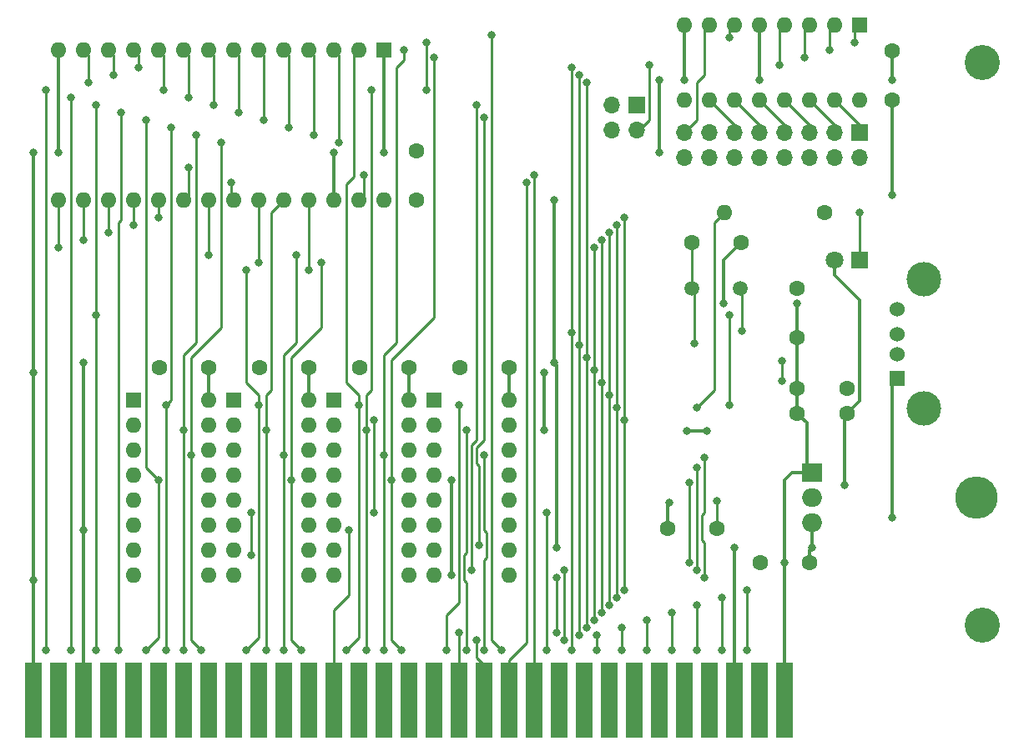
<source format=gbr>
G04 #@! TF.GenerationSoftware,KiCad,Pcbnew,(5.1.8)-1*
G04 #@! TF.CreationDate,2023-06-12T19:56:52-06:00*
G04 #@! TF.ProjectId,CH376S ISA,43483337-3653-4204-9953-412e6b696361,rev?*
G04 #@! TF.SameCoordinates,Original*
G04 #@! TF.FileFunction,Copper,L2,Bot*
G04 #@! TF.FilePolarity,Positive*
%FSLAX46Y46*%
G04 Gerber Fmt 4.6, Leading zero omitted, Abs format (unit mm)*
G04 Created by KiCad (PCBNEW (5.1.8)-1) date 2023-06-12 19:56:52*
%MOMM*%
%LPD*%
G01*
G04 APERTURE LIST*
G04 #@! TA.AperFunction,ConnectorPad*
%ADD10R,1.780000X7.620000*%
G04 #@! TD*
G04 #@! TA.AperFunction,ComponentPad*
%ADD11O,1.700000X1.700000*%
G04 #@! TD*
G04 #@! TA.AperFunction,ComponentPad*
%ADD12R,1.700000X1.700000*%
G04 #@! TD*
G04 #@! TA.AperFunction,ComponentPad*
%ADD13O,1.600000X1.600000*%
G04 #@! TD*
G04 #@! TA.AperFunction,ComponentPad*
%ADD14R,1.600000X1.600000*%
G04 #@! TD*
G04 #@! TA.AperFunction,ComponentPad*
%ADD15C,1.600000*%
G04 #@! TD*
G04 #@! TA.AperFunction,ComponentPad*
%ADD16C,3.556000*%
G04 #@! TD*
G04 #@! TA.AperFunction,ComponentPad*
%ADD17O,2.000000X1.905000*%
G04 #@! TD*
G04 #@! TA.AperFunction,ComponentPad*
%ADD18R,2.000000X1.905000*%
G04 #@! TD*
G04 #@! TA.AperFunction,ComponentPad*
%ADD19O,4.318000X4.318000*%
G04 #@! TD*
G04 #@! TA.AperFunction,ComponentPad*
%ADD20C,1.524000*%
G04 #@! TD*
G04 #@! TA.AperFunction,ComponentPad*
%ADD21R,1.524000X1.524000*%
G04 #@! TD*
G04 #@! TA.AperFunction,ComponentPad*
%ADD22C,3.500000*%
G04 #@! TD*
G04 #@! TA.AperFunction,ComponentPad*
%ADD23C,1.500000*%
G04 #@! TD*
G04 #@! TA.AperFunction,ComponentPad*
%ADD24C,1.800000*%
G04 #@! TD*
G04 #@! TA.AperFunction,ComponentPad*
%ADD25R,1.800000X1.800000*%
G04 #@! TD*
G04 #@! TA.AperFunction,ViaPad*
%ADD26C,0.800000*%
G04 #@! TD*
G04 #@! TA.AperFunction,Conductor*
%ADD27C,0.330200*%
G04 #@! TD*
G04 #@! TA.AperFunction,Conductor*
%ADD28C,0.250000*%
G04 #@! TD*
G04 APERTURE END LIST*
D10*
G04 #@! TO.P,J1,31*
G04 #@! TO.N,/GND*
X101600000Y-149860000D03*
G04 #@! TO.P,J1,30*
G04 #@! TO.N,Net-(J1-Pad30)*
X104140000Y-149860000D03*
G04 #@! TO.P,J1,29*
G04 #@! TO.N,/5+*
X106680000Y-149860000D03*
G04 #@! TO.P,J1,28*
G04 #@! TO.N,Net-(J1-Pad28)*
X109220000Y-149860000D03*
G04 #@! TO.P,J1,27*
G04 #@! TO.N,Net-(J1-Pad27)*
X111760000Y-149860000D03*
G04 #@! TO.P,J1,26*
G04 #@! TO.N,Net-(J1-Pad26)*
X114300000Y-149860000D03*
G04 #@! TO.P,J1,25*
G04 #@! TO.N,Net-(J1-Pad25)*
X116840000Y-149860000D03*
G04 #@! TO.P,J1,24*
G04 #@! TO.N,Net-(J1-Pad24)*
X119380000Y-149860000D03*
G04 #@! TO.P,J1,23*
G04 #@! TO.N,Net-(J1-Pad23)*
X121920000Y-149860000D03*
G04 #@! TO.P,J1,22*
G04 #@! TO.N,Net-(J1-Pad22)*
X124460000Y-149860000D03*
G04 #@! TO.P,J1,21*
G04 #@! TO.N,Net-(J1-Pad21)*
X127000000Y-149860000D03*
G04 #@! TO.P,J1,20*
G04 #@! TO.N,Net-(J1-Pad20)*
X129540000Y-149860000D03*
G04 #@! TO.P,J1,19*
G04 #@! TO.N,/REFQ*
X132080000Y-149860000D03*
G04 #@! TO.P,J1,18*
G04 #@! TO.N,Net-(J1-Pad18)*
X134620000Y-149860000D03*
G04 #@! TO.P,J1,17*
G04 #@! TO.N,Net-(J1-Pad17)*
X137160000Y-149860000D03*
G04 #@! TO.P,J1,16*
G04 #@! TO.N,Net-(J1-Pad16)*
X139700000Y-149860000D03*
G04 #@! TO.P,J1,15*
G04 #@! TO.N,Net-(J1-Pad15)*
X142240000Y-149860000D03*
G04 #@! TO.P,J1,14*
G04 #@! TO.N,/IORD*
X144780000Y-149860000D03*
G04 #@! TO.P,J1,13*
G04 #@! TO.N,/IOWR*
X147320000Y-149860000D03*
G04 #@! TO.P,J1,12*
G04 #@! TO.N,/MRD*
X149860000Y-149860000D03*
G04 #@! TO.P,J1,11*
G04 #@! TO.N,/MWR*
X152400000Y-149860000D03*
G04 #@! TO.P,J1,10*
G04 #@! TO.N,Net-(J1-Pad10)*
X154940000Y-149860000D03*
G04 #@! TO.P,J1,9*
G04 #@! TO.N,Net-(J1-Pad9)*
X157480000Y-149860000D03*
G04 #@! TO.P,J1,8*
G04 #@! TO.N,Net-(J1-Pad8)*
X160020000Y-149860000D03*
G04 #@! TO.P,J1,7*
G04 #@! TO.N,Net-(J1-Pad7)*
X162560000Y-149860000D03*
G04 #@! TO.P,J1,6*
G04 #@! TO.N,Net-(J1-Pad6)*
X165100000Y-149860000D03*
G04 #@! TO.P,J1,5*
G04 #@! TO.N,Net-(J1-Pad5)*
X167640000Y-149860000D03*
G04 #@! TO.P,J1,4*
G04 #@! TO.N,Net-(J1-Pad4)*
X170180000Y-149860000D03*
G04 #@! TO.P,J1,3*
G04 #@! TO.N,/5+*
X172720000Y-149860000D03*
G04 #@! TO.P,J1,2*
G04 #@! TO.N,Net-(J1-Pad2)*
X175260000Y-149860000D03*
G04 #@! TO.P,J1,1*
G04 #@! TO.N,/GND*
X177800000Y-149860000D03*
G04 #@! TD*
D11*
G04 #@! TO.P,J3,4*
G04 #@! TO.N,/ROM_CS_E_D*
X160274000Y-91948000D03*
G04 #@! TO.P,J3,3*
G04 #@! TO.N,/ROM_CS_0XEX*
X160274000Y-89408000D03*
G04 #@! TO.P,J3,2*
G04 #@! TO.N,/ROM_CS_E_D*
X162814000Y-91948000D03*
D12*
G04 #@! TO.P,J3,1*
G04 #@! TO.N,/ROM_CS_0XDX*
X162814000Y-89408000D03*
G04 #@! TD*
D13*
G04 #@! TO.P,U15,16*
G04 #@! TO.N,/5+*
X119380000Y-119380000D03*
G04 #@! TO.P,U15,8*
G04 #@! TO.N,/GND*
X111760000Y-137160000D03*
G04 #@! TO.P,U15,15*
G04 #@! TO.N,Net-(U15-Pad15)*
X119380000Y-121920000D03*
G04 #@! TO.P,U15,7*
G04 #@! TO.N,/CH376CS*
X111760000Y-134620000D03*
G04 #@! TO.P,U15,14*
G04 #@! TO.N,Net-(U15-Pad14)*
X119380000Y-124460000D03*
G04 #@! TO.P,U15,6*
G04 #@! TO.N,/5+*
X111760000Y-132080000D03*
G04 #@! TO.P,U15,13*
G04 #@! TO.N,Net-(U15-Pad13)*
X119380000Y-127000000D03*
G04 #@! TO.P,U15,5*
G04 #@! TO.N,/IO_07XX*
X111760000Y-129540000D03*
G04 #@! TO.P,U15,12*
G04 #@! TO.N,Net-(U15-Pad12)*
X119380000Y-129540000D03*
G04 #@! TO.P,U15,4*
G04 #@! TO.N,/A4*
X111760000Y-127000000D03*
G04 #@! TO.P,U15,11*
G04 #@! TO.N,Net-(U15-Pad11)*
X119380000Y-132080000D03*
G04 #@! TO.P,U15,3*
G04 #@! TO.N,/A7*
X111760000Y-124460000D03*
G04 #@! TO.P,U15,10*
G04 #@! TO.N,Net-(U15-Pad10)*
X119380000Y-134620000D03*
G04 #@! TO.P,U15,2*
G04 #@! TO.N,/A6*
X111760000Y-121920000D03*
G04 #@! TO.P,U15,9*
G04 #@! TO.N,Net-(U15-Pad9)*
X119380000Y-137160000D03*
D14*
G04 #@! TO.P,U15,1*
G04 #@! TO.N,/A5*
X111760000Y-119380000D03*
G04 #@! TD*
D13*
G04 #@! TO.P,U14,16*
G04 #@! TO.N,/5+*
X129540000Y-119380000D03*
G04 #@! TO.P,U14,8*
G04 #@! TO.N,/GND*
X121920000Y-137160000D03*
G04 #@! TO.P,U14,15*
G04 #@! TO.N,/IO_00XX*
X129540000Y-121920000D03*
G04 #@! TO.P,U14,7*
G04 #@! TO.N,/IO_07XX*
X121920000Y-134620000D03*
G04 #@! TO.P,U14,14*
G04 #@! TO.N,Net-(U14-Pad14)*
X129540000Y-124460000D03*
G04 #@! TO.P,U14,6*
G04 #@! TO.N,/5+*
X121920000Y-132080000D03*
G04 #@! TO.P,U14,13*
G04 #@! TO.N,/IO_02XX*
X129540000Y-127000000D03*
G04 #@! TO.P,U14,5*
G04 #@! TO.N,/IO_0XXX*
X121920000Y-129540000D03*
G04 #@! TO.P,U14,12*
G04 #@! TO.N,/IO_03XX*
X129540000Y-129540000D03*
G04 #@! TO.P,U14,4*
G04 #@! TO.N,/A11*
X121920000Y-127000000D03*
G04 #@! TO.P,U14,11*
G04 #@! TO.N,/IO_04XX*
X129540000Y-132080000D03*
G04 #@! TO.P,U14,3*
G04 #@! TO.N,/A10*
X121920000Y-124460000D03*
G04 #@! TO.P,U14,10*
G04 #@! TO.N,Net-(U14-Pad10)*
X129540000Y-134620000D03*
G04 #@! TO.P,U14,2*
G04 #@! TO.N,/A9*
X121920000Y-121920000D03*
G04 #@! TO.P,U14,9*
G04 #@! TO.N,Net-(U14-Pad9)*
X129540000Y-137160000D03*
D14*
G04 #@! TO.P,U14,1*
G04 #@! TO.N,/A8*
X121920000Y-119380000D03*
G04 #@! TD*
D13*
G04 #@! TO.P,U13,16*
G04 #@! TO.N,/5+*
X139700000Y-119380000D03*
G04 #@! TO.P,U13,8*
G04 #@! TO.N,/GND*
X132080000Y-137160000D03*
G04 #@! TO.P,U13,15*
G04 #@! TO.N,/IO_0XXX*
X139700000Y-121920000D03*
G04 #@! TO.P,U13,7*
G04 #@! TO.N,Net-(U13-Pad7)*
X132080000Y-134620000D03*
G04 #@! TO.P,U13,14*
G04 #@! TO.N,Net-(U13-Pad14)*
X139700000Y-124460000D03*
G04 #@! TO.P,U13,6*
G04 #@! TO.N,/REFQ*
X132080000Y-132080000D03*
G04 #@! TO.P,U13,13*
G04 #@! TO.N,Net-(U13-Pad13)*
X139700000Y-127000000D03*
G04 #@! TO.P,U13,5*
G04 #@! TO.N,/AEN*
X132080000Y-129540000D03*
G04 #@! TO.P,U13,12*
G04 #@! TO.N,Net-(U13-Pad12)*
X139700000Y-129540000D03*
G04 #@! TO.P,U13,4*
G04 #@! TO.N,/A15*
X132080000Y-127000000D03*
G04 #@! TO.P,U13,11*
G04 #@! TO.N,Net-(U13-Pad11)*
X139700000Y-132080000D03*
G04 #@! TO.P,U13,3*
G04 #@! TO.N,/A14*
X132080000Y-124460000D03*
G04 #@! TO.P,U13,10*
G04 #@! TO.N,Net-(U13-Pad10)*
X139700000Y-134620000D03*
G04 #@! TO.P,U13,2*
G04 #@! TO.N,/A13*
X132080000Y-121920000D03*
G04 #@! TO.P,U13,9*
G04 #@! TO.N,Net-(U13-Pad9)*
X139700000Y-137160000D03*
D14*
G04 #@! TO.P,U13,1*
G04 #@! TO.N,/A12*
X132080000Y-119380000D03*
G04 #@! TD*
D13*
G04 #@! TO.P,U5,16*
G04 #@! TO.N,/5+*
X185420000Y-88900000D03*
G04 #@! TO.P,U5,8*
G04 #@! TO.N,/GND*
X167640000Y-81280000D03*
G04 #@! TO.P,U5,15*
G04 #@! TO.N,/ROM_CS_0XE0*
X182880000Y-88900000D03*
G04 #@! TO.P,U5,7*
G04 #@! TO.N,/ROM_CS_0XEE*
X170180000Y-81280000D03*
G04 #@! TO.P,U5,14*
G04 #@! TO.N,/ROM_CS_0XE2*
X180340000Y-88900000D03*
G04 #@! TO.P,U5,6*
G04 #@! TO.N,/A19*
X172720000Y-81280000D03*
G04 #@! TO.P,U5,13*
G04 #@! TO.N,/ROM_CS_0XE4*
X177800000Y-88900000D03*
G04 #@! TO.P,U5,5*
G04 #@! TO.N,/GND*
X175260000Y-81280000D03*
G04 #@! TO.P,U5,12*
G04 #@! TO.N,/ROM_CS_0XE6*
X175260000Y-88900000D03*
G04 #@! TO.P,U5,4*
G04 #@! TO.N,/ROM_CS_E_D*
X177800000Y-81280000D03*
G04 #@! TO.P,U5,11*
G04 #@! TO.N,/ROM_CS_0XE8*
X172720000Y-88900000D03*
G04 #@! TO.P,U5,3*
G04 #@! TO.N,/A15*
X180340000Y-81280000D03*
G04 #@! TO.P,U5,10*
G04 #@! TO.N,/ROM_CS_0XEA*
X170180000Y-88900000D03*
G04 #@! TO.P,U5,2*
G04 #@! TO.N,/A14*
X182880000Y-81280000D03*
G04 #@! TO.P,U5,9*
G04 #@! TO.N,/ROM_CS_0XEC*
X167640000Y-88900000D03*
D14*
G04 #@! TO.P,U5,1*
G04 #@! TO.N,/A13*
X185420000Y-81280000D03*
G04 #@! TD*
D13*
G04 #@! TO.P,U4,16*
G04 #@! TO.N,/5+*
X149860000Y-119380000D03*
G04 #@! TO.P,U4,8*
G04 #@! TO.N,/GND*
X142240000Y-137160000D03*
G04 #@! TO.P,U4,15*
G04 #@! TO.N,Net-(U4-Pad15)*
X149860000Y-121920000D03*
G04 #@! TO.P,U4,7*
G04 #@! TO.N,Net-(U4-Pad7)*
X142240000Y-134620000D03*
G04 #@! TO.P,U4,14*
G04 #@! TO.N,Net-(U4-Pad14)*
X149860000Y-124460000D03*
G04 #@! TO.P,U4,6*
G04 #@! TO.N,/REFQ*
X142240000Y-132080000D03*
G04 #@! TO.P,U4,13*
G04 #@! TO.N,Net-(U4-Pad13)*
X149860000Y-127000000D03*
G04 #@! TO.P,U4,5*
G04 #@! TO.N,/AEN*
X142240000Y-129540000D03*
G04 #@! TO.P,U4,12*
G04 #@! TO.N,Net-(U4-Pad12)*
X149860000Y-129540000D03*
G04 #@! TO.P,U4,4*
G04 #@! TO.N,/GND*
X142240000Y-127000000D03*
G04 #@! TO.P,U4,11*
G04 #@! TO.N,Net-(U4-Pad11)*
X149860000Y-132080000D03*
G04 #@! TO.P,U4,3*
G04 #@! TO.N,/A18*
X142240000Y-124460000D03*
G04 #@! TO.P,U4,10*
G04 #@! TO.N,/ROM_CS_0XDX*
X149860000Y-134620000D03*
G04 #@! TO.P,U4,2*
G04 #@! TO.N,/A17*
X142240000Y-121920000D03*
G04 #@! TO.P,U4,9*
G04 #@! TO.N,/ROM_CS_0XEX*
X149860000Y-137160000D03*
D14*
G04 #@! TO.P,U4,1*
G04 #@! TO.N,/A16*
X142240000Y-119380000D03*
G04 #@! TD*
D13*
G04 #@! TO.P,U3,28*
G04 #@! TO.N,/5+*
X137160000Y-99060000D03*
G04 #@! TO.P,U3,14*
G04 #@! TO.N,/GND*
X104140000Y-83820000D03*
G04 #@! TO.P,U3,27*
G04 #@! TO.N,/MWR*
X134620000Y-99060000D03*
G04 #@! TO.P,U3,13*
G04 #@! TO.N,/D2*
X106680000Y-83820000D03*
G04 #@! TO.P,U3,26*
G04 #@! TO.N,/GND*
X132080000Y-99060000D03*
G04 #@! TO.P,U3,12*
G04 #@! TO.N,/D1*
X109220000Y-83820000D03*
G04 #@! TO.P,U3,25*
G04 #@! TO.N,/A8*
X129540000Y-99060000D03*
G04 #@! TO.P,U3,11*
G04 #@! TO.N,/D0*
X111760000Y-83820000D03*
G04 #@! TO.P,U3,24*
G04 #@! TO.N,/A9*
X127000000Y-99060000D03*
G04 #@! TO.P,U3,10*
G04 #@! TO.N,/A0*
X114300000Y-83820000D03*
G04 #@! TO.P,U3,23*
G04 #@! TO.N,/A11*
X124460000Y-99060000D03*
G04 #@! TO.P,U3,9*
G04 #@! TO.N,/A1*
X116840000Y-83820000D03*
G04 #@! TO.P,U3,22*
G04 #@! TO.N,/MRD*
X121920000Y-99060000D03*
G04 #@! TO.P,U3,8*
G04 #@! TO.N,/A2*
X119380000Y-83820000D03*
G04 #@! TO.P,U3,21*
G04 #@! TO.N,/A10*
X119380000Y-99060000D03*
G04 #@! TO.P,U3,7*
G04 #@! TO.N,/A3*
X121920000Y-83820000D03*
G04 #@! TO.P,U3,20*
G04 #@! TO.N,/ROM_CS*
X116840000Y-99060000D03*
G04 #@! TO.P,U3,6*
G04 #@! TO.N,/A4*
X124460000Y-83820000D03*
G04 #@! TO.P,U3,19*
G04 #@! TO.N,/D7*
X114300000Y-99060000D03*
G04 #@! TO.P,U3,5*
G04 #@! TO.N,/A5*
X127000000Y-83820000D03*
G04 #@! TO.P,U3,18*
G04 #@! TO.N,/D6*
X111760000Y-99060000D03*
G04 #@! TO.P,U3,4*
G04 #@! TO.N,/A6*
X129540000Y-83820000D03*
G04 #@! TO.P,U3,17*
G04 #@! TO.N,/D5*
X109220000Y-99060000D03*
G04 #@! TO.P,U3,3*
G04 #@! TO.N,/A7*
X132080000Y-83820000D03*
G04 #@! TO.P,U3,16*
G04 #@! TO.N,/D4*
X106680000Y-99060000D03*
G04 #@! TO.P,U3,2*
G04 #@! TO.N,/A12*
X134620000Y-83820000D03*
G04 #@! TO.P,U3,15*
G04 #@! TO.N,/D3*
X104140000Y-99060000D03*
D14*
G04 #@! TO.P,U3,1*
G04 #@! TO.N,/GND*
X137160000Y-83820000D03*
G04 #@! TD*
D11*
G04 #@! TO.P,J2,16*
G04 #@! TO.N,/ROM_CS*
X167640000Y-94742000D03*
G04 #@! TO.P,J2,15*
G04 #@! TO.N,/ROM_CS_0XEE*
X167640000Y-92202000D03*
G04 #@! TO.P,J2,14*
G04 #@! TO.N,/ROM_CS*
X170180000Y-94742000D03*
G04 #@! TO.P,J2,13*
G04 #@! TO.N,/ROM_CS_0XEC*
X170180000Y-92202000D03*
G04 #@! TO.P,J2,12*
G04 #@! TO.N,/ROM_CS*
X172720000Y-94742000D03*
G04 #@! TO.P,J2,11*
G04 #@! TO.N,/ROM_CS_0XEA*
X172720000Y-92202000D03*
G04 #@! TO.P,J2,10*
G04 #@! TO.N,/ROM_CS*
X175260000Y-94742000D03*
G04 #@! TO.P,J2,9*
G04 #@! TO.N,/ROM_CS_0XE8*
X175260000Y-92202000D03*
G04 #@! TO.P,J2,8*
G04 #@! TO.N,/ROM_CS*
X177800000Y-94742000D03*
G04 #@! TO.P,J2,7*
G04 #@! TO.N,/ROM_CS_0XE6*
X177800000Y-92202000D03*
G04 #@! TO.P,J2,6*
G04 #@! TO.N,/ROM_CS*
X180340000Y-94742000D03*
G04 #@! TO.P,J2,5*
G04 #@! TO.N,/ROM_CS_0XE4*
X180340000Y-92202000D03*
G04 #@! TO.P,J2,4*
G04 #@! TO.N,/ROM_CS*
X182880000Y-94742000D03*
G04 #@! TO.P,J2,3*
G04 #@! TO.N,/ROM_CS_0XE2*
X182880000Y-92202000D03*
G04 #@! TO.P,J2,2*
G04 #@! TO.N,/ROM_CS*
X185420000Y-94742000D03*
D12*
G04 #@! TO.P,J2,1*
G04 #@! TO.N,/ROM_CS_0XE0*
X185420000Y-92202000D03*
G04 #@! TD*
D15*
G04 #@! TO.P,C16,2*
G04 #@! TO.N,/5+*
X188722000Y-88900000D03*
G04 #@! TO.P,C16,1*
G04 #@! TO.N,/GND*
X188722000Y-83900000D03*
G04 #@! TD*
G04 #@! TO.P,C15,2*
G04 #@! TO.N,/5+*
X129540000Y-116078000D03*
G04 #@! TO.P,C15,1*
G04 #@! TO.N,/GND*
X124540000Y-116078000D03*
G04 #@! TD*
G04 #@! TO.P,C14,2*
G04 #@! TO.N,/5+*
X140462000Y-99060000D03*
G04 #@! TO.P,C14,1*
G04 #@! TO.N,/GND*
X140462000Y-94060000D03*
G04 #@! TD*
G04 #@! TO.P,C10,2*
G04 #@! TO.N,/5+*
X139700000Y-116078000D03*
G04 #@! TO.P,C10,1*
G04 #@! TO.N,/GND*
X134700000Y-116078000D03*
G04 #@! TD*
G04 #@! TO.P,C9,2*
G04 #@! TO.N,/5+*
X119380000Y-116078000D03*
G04 #@! TO.P,C9,1*
G04 #@! TO.N,/GND*
X114380000Y-116078000D03*
G04 #@! TD*
G04 #@! TO.P,C8,2*
G04 #@! TO.N,/5+*
X149860000Y-116078000D03*
G04 #@! TO.P,C8,1*
G04 #@! TO.N,/GND*
X144860000Y-116078000D03*
G04 #@! TD*
D16*
G04 #@! TO.P,R,1*
G04 #@! TO.N,N/C*
X197866000Y-85090000D03*
G04 #@! TD*
G04 #@! TO.P,R,1*
G04 #@! TO.N,N/C*
X197866000Y-142240000D03*
G04 #@! TD*
D17*
G04 #@! TO.P,U2,3*
G04 #@! TO.N,/5+*
X180594000Y-131826000D03*
G04 #@! TO.P,U2,2*
G04 #@! TO.N,/3v3*
X180594000Y-129286000D03*
D18*
G04 #@! TO.P,U2,1*
G04 #@! TO.N,/GND*
X180594000Y-126746000D03*
D19*
G04 #@! TO.P,U2,*
G04 #@! TO.N,*
X197254000Y-129286000D03*
G04 #@! TD*
D15*
G04 #@! TO.P,C5,2*
G04 #@! TO.N,/GND*
X179133500Y-113013500D03*
G04 #@! TO.P,C5,1*
G04 #@! TO.N,/XO*
X179133500Y-108013500D03*
G04 #@! TD*
G04 #@! TO.P,C4,2*
G04 #@! TO.N,/GND*
X173402000Y-103378000D03*
G04 #@! TO.P,C4,1*
G04 #@! TO.N,/XI*
X168402000Y-103378000D03*
G04 #@! TD*
G04 #@! TO.P,C2,2*
G04 #@! TO.N,/GND*
X179133500Y-118173500D03*
G04 #@! TO.P,C2,1*
G04 #@! TO.N,/PIN_9*
X184133500Y-118173500D03*
G04 #@! TD*
G04 #@! TO.P,C1,2*
G04 #@! TO.N,/RST*
X171005500Y-132397500D03*
G04 #@! TO.P,C1,1*
G04 #@! TO.N,/3v3*
X166005500Y-132397500D03*
G04 #@! TD*
D20*
G04 #@! TO.P,USB1,4*
G04 #@! TO.N,/GND*
X189293500Y-110157500D03*
G04 #@! TO.P,USB1,3*
G04 #@! TO.N,/D+*
X189293500Y-112657500D03*
G04 #@! TO.P,USB1,2*
G04 #@! TO.N,/D-*
X189293500Y-114657500D03*
D21*
G04 #@! TO.P,USB1,1*
G04 #@! TO.N,/5+*
X189293500Y-117157500D03*
D22*
G04 #@! TO.P,USB1,5*
G04 #@! TO.N,N/C*
X192003500Y-120227500D03*
X192003500Y-107087500D03*
G04 #@! TD*
D23*
G04 #@! TO.P,Y2,2*
G04 #@! TO.N,/XO*
X173365500Y-108013500D03*
G04 #@! TO.P,Y2,1*
G04 #@! TO.N,/XI*
X168465500Y-108013500D03*
G04 #@! TD*
D13*
G04 #@! TO.P,R2,2*
G04 #@! TO.N,/LED_PIN*
X171704000Y-100330000D03*
D15*
G04 #@! TO.P,R2,1*
G04 #@! TO.N,/LED*
X181864000Y-100330000D03*
G04 #@! TD*
D24*
G04 #@! TO.P,D1,2*
G04 #@! TO.N,/3v3*
X182880000Y-105156000D03*
D25*
G04 #@! TO.P,D1,1*
G04 #@! TO.N,/LED*
X185420000Y-105156000D03*
G04 #@! TD*
D15*
G04 #@! TO.P,C7,2*
G04 #@! TO.N,/GND*
X179133500Y-120713500D03*
G04 #@! TO.P,C7,1*
G04 #@! TO.N,/3v3*
X184133500Y-120713500D03*
G04 #@! TD*
G04 #@! TO.P,C6,2*
G04 #@! TO.N,/GND*
X175340000Y-135890000D03*
G04 #@! TO.P,C6,1*
G04 #@! TO.N,/5+*
X180340000Y-135890000D03*
G04 #@! TD*
D26*
G04 #@! TO.N,/3v3*
X166116000Y-129794000D03*
X183896000Y-128016000D03*
G04 #@! TO.N,/LED_PIN*
X168973500Y-120078500D03*
G04 #@! TO.N,/GND*
X179133500Y-109537500D03*
X167957500Y-122491488D03*
X169989512Y-122491488D03*
X171640500Y-109537500D03*
X101600000Y-137668000D03*
X153416000Y-122428000D03*
X153416000Y-116586000D03*
X104140000Y-94234000D03*
X137160000Y-94234000D03*
X132080000Y-94234000D03*
X101600000Y-94234000D03*
X101600000Y-116586000D03*
X188722000Y-86868000D03*
X167640000Y-86868000D03*
X175260000Y-86868000D03*
X165100000Y-94234000D03*
X165100000Y-86868000D03*
X144018000Y-137160000D03*
X144018000Y-127508000D03*
X177800000Y-135890000D03*
G04 #@! TO.N,/D7*
X173990000Y-144780000D03*
X173990000Y-138684000D03*
X161544000Y-138684000D03*
X161544000Y-121412000D03*
X114300000Y-100838000D03*
X161544000Y-100838000D03*
G04 #@! TO.N,/D6*
X171450000Y-144780000D03*
X171450000Y-139446000D03*
X160782000Y-139446000D03*
X160782000Y-120142000D03*
X111760000Y-101600000D03*
X160782000Y-101600000D03*
G04 #@! TO.N,/D5*
X168910000Y-144780000D03*
X168910000Y-140208000D03*
X160020000Y-140208000D03*
X160020000Y-118872000D03*
X109220000Y-102362000D03*
X160020000Y-102362000D03*
G04 #@! TO.N,/D4*
X166370000Y-144780000D03*
X166370000Y-140970000D03*
X159258000Y-140970000D03*
X159258000Y-117602000D03*
X106680000Y-103124000D03*
X159258000Y-103124000D03*
G04 #@! TO.N,/D3*
X163830000Y-144780000D03*
X163830000Y-141732000D03*
X158496000Y-141732000D03*
X158496000Y-116332000D03*
X104140000Y-103886000D03*
X158496000Y-103886000D03*
G04 #@! TO.N,/D2*
X161290000Y-144780000D03*
X161290000Y-142494000D03*
X157734000Y-142494000D03*
X157734000Y-115062000D03*
X107188000Y-87122000D03*
X157734000Y-87122000D03*
G04 #@! TO.N,/D1*
X158750000Y-144780000D03*
X158750000Y-143256000D03*
X156972000Y-143256000D03*
X156972000Y-113792000D03*
X109728000Y-86360000D03*
X156972000Y-86360000D03*
G04 #@! TO.N,/D0*
X156210000Y-144780000D03*
X156210000Y-112522000D03*
X112268000Y-85598000D03*
X156210000Y-85598000D03*
G04 #@! TO.N,/D+*
X177609500Y-117411500D03*
X177609500Y-115379500D03*
G04 #@! TO.N,/A0*
X102870000Y-144780000D03*
X114808000Y-87884000D03*
X102870000Y-87884000D03*
G04 #@! TO.N,/5+*
X106680000Y-115570000D03*
X106680000Y-132588000D03*
X180657500Y-134302500D03*
X172720000Y-134366000D03*
X154686000Y-134366000D03*
X154432000Y-115570000D03*
X154432000Y-99060000D03*
X188722000Y-98552000D03*
X188722000Y-131318000D03*
G04 #@! TO.N,/LED*
X185420000Y-100330000D03*
G04 #@! TO.N,/XO*
X173545500Y-112331500D03*
G04 #@! TO.N,/XI*
X168719500Y-113601500D03*
G04 #@! TO.N,/RST*
X171005500Y-129603500D03*
G04 #@! TO.N,/A1*
X105410000Y-144780000D03*
X117348000Y-88646000D03*
X105410000Y-88646000D03*
G04 #@! TO.N,/A2*
X107950000Y-144780000D03*
X107950000Y-89408000D03*
X119888006Y-89408000D03*
X172212000Y-119888000D03*
X172212000Y-110744000D03*
X107950000Y-110744000D03*
G04 #@! TO.N,/A3*
X110236000Y-144780000D03*
X110490000Y-90170000D03*
X122428010Y-90170000D03*
G04 #@! TO.N,/A4*
X113030000Y-144780000D03*
X114300000Y-127508000D03*
X113030000Y-90932000D03*
X124968006Y-90932000D03*
G04 #@! TO.N,/A5*
X115062000Y-144780000D03*
X115062000Y-119888000D03*
X115570000Y-91694000D03*
X127508000Y-91694000D03*
G04 #@! TO.N,/A6*
X116840000Y-144780000D03*
X116840000Y-122428000D03*
X118110000Y-92456006D03*
X130048000Y-92456000D03*
G04 #@! TO.N,/A7*
X118618000Y-144780000D03*
X117602000Y-124968000D03*
X120650010Y-93218000D03*
X132588000Y-93218000D03*
G04 #@! TO.N,/A8*
X123190000Y-144780000D03*
X124460000Y-119888000D03*
X129540000Y-106172000D03*
X123190000Y-106172000D03*
G04 #@! TO.N,/A9*
X125222000Y-144780000D03*
X125222000Y-122428000D03*
G04 #@! TO.N,/A10*
X127000000Y-144780000D03*
X127000000Y-124968000D03*
X119380000Y-104648000D03*
X128270000Y-104648000D03*
G04 #@! TO.N,/A11*
X128778000Y-144780000D03*
X127762000Y-127508000D03*
X124460000Y-105410000D03*
X130810000Y-105410000D03*
G04 #@! TO.N,/A12*
X133350000Y-144780000D03*
X134620000Y-119888000D03*
G04 #@! TO.N,/A13*
X135382000Y-144780000D03*
X135382000Y-122428000D03*
X135890000Y-87884000D03*
X141478000Y-87884000D03*
X184912000Y-83058000D03*
X141478000Y-83058000D03*
G04 #@! TO.N,/A14*
X137160000Y-144780000D03*
X137160000Y-124968000D03*
X182372000Y-83820000D03*
X139192000Y-83820000D03*
G04 #@! TO.N,/A15*
X138938000Y-144780000D03*
X137922000Y-127508000D03*
X179832000Y-84582000D03*
X142240000Y-84582000D03*
G04 #@! TO.N,/A16*
X143510000Y-144780000D03*
X144780000Y-119888000D03*
G04 #@! TO.N,/A17*
X145542000Y-144780000D03*
X145542000Y-122428000D03*
G04 #@! TO.N,/A18*
X147320000Y-144780000D03*
X147320000Y-124968000D03*
G04 #@! TO.N,/A19*
X149098000Y-144780000D03*
X172212000Y-82550000D03*
X148082000Y-82296000D03*
G04 #@! TO.N,/MRD*
X151638000Y-97282000D03*
X121666000Y-97282000D03*
G04 #@! TO.N,/MWR*
X152400000Y-96520000D03*
X135128000Y-96520000D03*
G04 #@! TO.N,/IORD*
X169672008Y-125222000D03*
X144780000Y-143002000D03*
X154686000Y-143002000D03*
X154686000Y-137414000D03*
X169672000Y-137414000D03*
G04 #@! TO.N,/IOWR*
X168910000Y-126238000D03*
X146558000Y-143764000D03*
X155448000Y-143764000D03*
X155448000Y-136652000D03*
X168910000Y-136652000D03*
G04 #@! TO.N,/IO_0XXX*
X136144000Y-130810000D03*
X136144000Y-121412000D03*
G04 #@! TO.N,/CH376CS*
X168148000Y-127762000D03*
X168148008Y-135890000D03*
G04 #@! TO.N,/REFQ*
X133604000Y-132588000D03*
G04 #@! TO.N,/ROM_CS*
X117348000Y-95758000D03*
G04 #@! TO.N,/ROM_CS_0XEX*
X146050000Y-136652000D03*
X146558000Y-89408000D03*
G04 #@! TO.N,/AEN*
X153670000Y-144780000D03*
X153670000Y-130810000D03*
G04 #@! TO.N,/ROM_CS_E_D*
X177292000Y-85344000D03*
X164084000Y-85344000D03*
G04 #@! TO.N,/ROM_CS_0XDX*
X146812000Y-134112000D03*
X147320000Y-90678000D03*
G04 #@! TO.N,/IO_07XX*
X123698000Y-135128000D03*
X123698000Y-130810000D03*
G04 #@! TD*
D27*
G04 #@! TO.N,/3v3*
X166005500Y-129904500D02*
X166116000Y-129794000D01*
X166005500Y-132397500D02*
X166005500Y-129904500D01*
X185420000Y-119427000D02*
X184133500Y-120713500D01*
X185420000Y-109220000D02*
X185420000Y-119427000D01*
X182880000Y-106680000D02*
X185420000Y-109220000D01*
X182880000Y-105156000D02*
X182880000Y-106680000D01*
X183896000Y-120951000D02*
X184133500Y-120713500D01*
X183896000Y-128016000D02*
X183896000Y-128016000D01*
X183896000Y-128016000D02*
X183896000Y-120951000D01*
D28*
G04 #@! TO.N,/LED_PIN*
X170688000Y-101346000D02*
X171704000Y-100330000D01*
X170688000Y-118364000D02*
X170688000Y-101346000D01*
X168973500Y-120078500D02*
X170688000Y-118364000D01*
D27*
G04 #@! TO.N,/GND*
X179133500Y-118173500D02*
X179133500Y-113013500D01*
X179133500Y-120713500D02*
X179133500Y-118173500D01*
X179133500Y-113013500D02*
X179133500Y-109537500D01*
X169989512Y-122491488D02*
X167957500Y-122491488D01*
X171640500Y-105139500D02*
X173402000Y-103378000D01*
X171640500Y-109537500D02*
X171640500Y-105139500D01*
X101600000Y-149860000D02*
X101600000Y-137668000D01*
X153416000Y-122428000D02*
X153416000Y-116586000D01*
X104140000Y-94234000D02*
X104140000Y-83820000D01*
X132080000Y-99060000D02*
X132080000Y-94234000D01*
X137160000Y-83820000D02*
X137160000Y-94234000D01*
X101600000Y-137668000D02*
X101600000Y-94234000D01*
X188722000Y-83900000D02*
X188722000Y-86868000D01*
X167640000Y-81280000D02*
X167640000Y-86868000D01*
X175260000Y-81280000D02*
X175260000Y-86868000D01*
X165100000Y-86868000D02*
X165100000Y-94234000D01*
X144018000Y-137160000D02*
X144018000Y-127508000D01*
X177800000Y-149860000D02*
X177800000Y-135890000D01*
X180086000Y-121666000D02*
X179133500Y-120713500D01*
X180086000Y-126238000D02*
X180086000Y-121666000D01*
X180594000Y-126746000D02*
X180086000Y-126238000D01*
X178562000Y-126746000D02*
X180594000Y-126746000D01*
X177800000Y-127508000D02*
X178562000Y-126746000D01*
X177800000Y-135890000D02*
X177800000Y-127508000D01*
D28*
G04 #@! TO.N,/D7*
X173990000Y-144780000D02*
X173990000Y-138684000D01*
X161544000Y-138684000D02*
X161544000Y-121412000D01*
X114300000Y-99060000D02*
X114300000Y-100838000D01*
X161544000Y-100838000D02*
X161544000Y-121412000D01*
G04 #@! TO.N,/D6*
X171450000Y-144780000D02*
X171450000Y-139446000D01*
X160782000Y-139446000D02*
X160782000Y-120142000D01*
X111760000Y-99060000D02*
X111760000Y-101600000D01*
X160782000Y-120142000D02*
X160782000Y-101600000D01*
G04 #@! TO.N,/D5*
X168910000Y-144780000D02*
X168910000Y-140208000D01*
X160020000Y-140208000D02*
X160020000Y-118872000D01*
X109220000Y-99060000D02*
X109220000Y-102362000D01*
X160020000Y-102362000D02*
X160020000Y-118872000D01*
G04 #@! TO.N,/D4*
X166370000Y-144780000D02*
X166370000Y-140970000D01*
X159258000Y-140970000D02*
X159258000Y-117602000D01*
X106680000Y-99060000D02*
X106680000Y-103124000D01*
X159258000Y-103124000D02*
X159258000Y-117602000D01*
G04 #@! TO.N,/D3*
X163830000Y-144780000D02*
X163830000Y-141732000D01*
X158496000Y-141732000D02*
X158496000Y-116332000D01*
X104140000Y-99060000D02*
X104140000Y-103886000D01*
X158496000Y-116332000D02*
X158496000Y-103886000D01*
G04 #@! TO.N,/D2*
X161290000Y-144780000D02*
X161290000Y-142494000D01*
X157734000Y-142494000D02*
X157734000Y-115062000D01*
X107188000Y-84328000D02*
X107188000Y-87122000D01*
X106680000Y-83820000D02*
X107188000Y-84328000D01*
X157734000Y-115062000D02*
X157734000Y-87122000D01*
G04 #@! TO.N,/D1*
X158750000Y-144780000D02*
X158750000Y-143256000D01*
X156972000Y-143256000D02*
X156972000Y-113792000D01*
X109220000Y-83820000D02*
X109728000Y-84328000D01*
X109728000Y-84328000D02*
X109728000Y-86360000D01*
X156972000Y-113792000D02*
X156972000Y-86360000D01*
G04 #@! TO.N,/D0*
X156210000Y-144780000D02*
X156210000Y-112522000D01*
X111760000Y-83820000D02*
X112268000Y-84328000D01*
X112268000Y-84328000D02*
X112268000Y-85598000D01*
X156210000Y-112522000D02*
X156210000Y-85598000D01*
G04 #@! TO.N,/D+*
X177609500Y-115379500D02*
X177609500Y-117411500D01*
G04 #@! TO.N,/A0*
X114300000Y-83820000D02*
X114808000Y-84328000D01*
X114808000Y-84328000D02*
X114808000Y-87884000D01*
X102870000Y-144780000D02*
X102870000Y-87884000D01*
D27*
G04 #@! TO.N,/5+*
X149860000Y-116078000D02*
X149860000Y-119380000D01*
X139700000Y-116078000D02*
X139700000Y-119380000D01*
X129540000Y-116078000D02*
X129540000Y-119380000D01*
X119380000Y-116078000D02*
X119380000Y-119380000D01*
X106680000Y-149860000D02*
X106680000Y-132588000D01*
X106680000Y-132588000D02*
X106680000Y-115570000D01*
X172720000Y-149860000D02*
X172720000Y-134366000D01*
X154432000Y-115570000D02*
X154432000Y-99060000D01*
X188722000Y-98552000D02*
X188722000Y-88900000D01*
X154686000Y-115824000D02*
X154432000Y-115570000D01*
X154686000Y-134366000D02*
X154686000Y-115824000D01*
X180340000Y-134620000D02*
X180657500Y-134302500D01*
X180340000Y-135890000D02*
X180340000Y-134620000D01*
X188722000Y-117729000D02*
X188722000Y-131318000D01*
X189293500Y-117157500D02*
X188722000Y-117729000D01*
X180657500Y-131889500D02*
X180594000Y-131826000D01*
X180657500Y-134302500D02*
X180657500Y-131889500D01*
D28*
G04 #@! TO.N,/LED*
X185420000Y-100330000D02*
X185420000Y-105156000D01*
G04 #@! TO.N,/XO*
X173545500Y-108193500D02*
X173365500Y-108013500D01*
X173545500Y-112331500D02*
X173545500Y-108193500D01*
G04 #@! TO.N,/XI*
X168719500Y-108267500D02*
X168465500Y-108013500D01*
X168719500Y-113601500D02*
X168719500Y-108267500D01*
X168465500Y-103441500D02*
X168402000Y-103378000D01*
X168465500Y-108013500D02*
X168465500Y-103441500D01*
G04 #@! TO.N,/RST*
X171005500Y-132397500D02*
X171005500Y-129603500D01*
G04 #@! TO.N,/A1*
X116840000Y-83820000D02*
X117348000Y-84328000D01*
X117348000Y-84328000D02*
X117348000Y-88646000D01*
X105410000Y-144780000D02*
X105410000Y-88646000D01*
G04 #@! TO.N,/A2*
X107950000Y-144780000D02*
X107950000Y-89408000D01*
X119888000Y-89407994D02*
X119888006Y-89408000D01*
X119888000Y-84328000D02*
X119888000Y-89407994D01*
X119380000Y-83820000D02*
X119888000Y-84328000D01*
X172212000Y-119888000D02*
X172212000Y-110744000D01*
G04 #@! TO.N,/A3*
X110490000Y-101092000D02*
X110490000Y-90170000D01*
X110236000Y-101346000D02*
X110490000Y-101092000D01*
X110236000Y-144780000D02*
X110236000Y-101346000D01*
X122428000Y-90169990D02*
X122428010Y-90170000D01*
X122428000Y-84328000D02*
X122428000Y-90169990D01*
X121920000Y-83820000D02*
X122428000Y-84328000D01*
G04 #@! TO.N,/A4*
X114300000Y-143510000D02*
X114300000Y-127508000D01*
X113030000Y-144780000D02*
X114300000Y-143510000D01*
X113030000Y-126238000D02*
X113030000Y-90932000D01*
X114300000Y-127508000D02*
X113030000Y-126238000D01*
X124968000Y-90931994D02*
X124968006Y-90932000D01*
X124968000Y-84328000D02*
X124968000Y-90931994D01*
X124460000Y-83820000D02*
X124968000Y-84328000D01*
G04 #@! TO.N,/A5*
X115062000Y-144780000D02*
X115062000Y-119888000D01*
X115570000Y-119380000D02*
X115570000Y-91694000D01*
X115062000Y-119888000D02*
X115570000Y-119380000D01*
X127508000Y-84328000D02*
X127508000Y-91694000D01*
X127000000Y-83820000D02*
X127508000Y-84328000D01*
G04 #@! TO.N,/A6*
X116840000Y-144780000D02*
X116840000Y-122428000D01*
X116840000Y-122428000D02*
X116840000Y-114808000D01*
X116840000Y-114808000D02*
X118110000Y-113538000D01*
X118110000Y-113538000D02*
X118110000Y-92456006D01*
X130048000Y-84328000D02*
X130048000Y-92456000D01*
X129540000Y-83820000D02*
X130048000Y-84328000D01*
G04 #@! TO.N,/A7*
X117602000Y-143764000D02*
X118618000Y-144780000D01*
X117602000Y-124968000D02*
X117602000Y-143764000D01*
X117602000Y-124968000D02*
X117602000Y-115062000D01*
X117602000Y-115062000D02*
X120650010Y-112013990D01*
X120650010Y-112013990D02*
X120650010Y-93218000D01*
X132588000Y-84328000D02*
X132588000Y-93218000D01*
X132080000Y-83820000D02*
X132588000Y-84328000D01*
G04 #@! TO.N,/A8*
X124460000Y-127508000D02*
X124460000Y-118872000D01*
X124460000Y-143510000D02*
X124460000Y-119888000D01*
X123190000Y-144780000D02*
X124460000Y-143510000D01*
X123190000Y-117602000D02*
X123190000Y-106172000D01*
X124460000Y-118872000D02*
X123190000Y-117602000D01*
X124460000Y-119888000D02*
X124460000Y-118872000D01*
X129540000Y-99060000D02*
X129540000Y-106172000D01*
G04 #@! TO.N,/A9*
X125222000Y-144780000D02*
X125222000Y-122428000D01*
X125222000Y-122428000D02*
X125222000Y-119380000D01*
X125222000Y-119888000D02*
X125222000Y-119380000D01*
X125730000Y-100330000D02*
X127000000Y-99060000D01*
X125730000Y-118364000D02*
X125730000Y-100330000D01*
X125222000Y-118872000D02*
X125730000Y-118364000D01*
X125222000Y-119380000D02*
X125222000Y-118872000D01*
G04 #@! TO.N,/A10*
X128270000Y-113538000D02*
X128270000Y-104648000D01*
X127000000Y-114808000D02*
X128270000Y-113538000D01*
X127000000Y-144780000D02*
X127000000Y-124968000D01*
X127000000Y-124968000D02*
X127000000Y-121412000D01*
X127000000Y-121412000D02*
X127000000Y-114808000D01*
X127000000Y-122428000D02*
X127000000Y-121412000D01*
X119380000Y-99060000D02*
X119380000Y-104648000D01*
G04 #@! TO.N,/A11*
X127762000Y-115062000D02*
X130810000Y-112014000D01*
X130810000Y-112014000D02*
X130810000Y-105410000D01*
X127762000Y-143764000D02*
X128778000Y-144780000D01*
X127762000Y-127508000D02*
X127762000Y-143764000D01*
X127762000Y-127508000D02*
X127762000Y-124206000D01*
X127762000Y-124206000D02*
X127762000Y-115062000D01*
X127762000Y-124968000D02*
X127762000Y-124206000D01*
X124460000Y-99060000D02*
X124460000Y-105410000D01*
G04 #@! TO.N,/A12*
X134620000Y-143510000D02*
X134620000Y-119888000D01*
X133350000Y-144780000D02*
X134620000Y-143510000D01*
X134112000Y-84328000D02*
X134620000Y-83820000D01*
X133350000Y-97409000D02*
X134112000Y-96647000D01*
X133350000Y-117602000D02*
X133350000Y-97409000D01*
X134112000Y-96647000D02*
X134112000Y-84328000D01*
X134620000Y-118872000D02*
X133350000Y-117602000D01*
X134620000Y-127508000D02*
X134620000Y-118872000D01*
G04 #@! TO.N,/A13*
X135382000Y-144780000D02*
X135382000Y-122428000D01*
X135890000Y-118364000D02*
X135890000Y-87884000D01*
X135382000Y-118872000D02*
X135890000Y-118364000D01*
X135382000Y-122428000D02*
X135382000Y-118872000D01*
X185420000Y-81280000D02*
X185420000Y-81534000D01*
X184912000Y-81788000D02*
X184912000Y-83058000D01*
X185420000Y-81280000D02*
X184912000Y-81788000D01*
X141478000Y-83058000D02*
X141478000Y-87884000D01*
G04 #@! TO.N,/A14*
X137160000Y-144780000D02*
X137160000Y-124968000D01*
X137160000Y-124968000D02*
X137160000Y-121158000D01*
X137160000Y-122428000D02*
X137160000Y-121158000D01*
X182880000Y-81280000D02*
X182372000Y-81788000D01*
X182372000Y-81788000D02*
X182372000Y-83820000D01*
X139192000Y-84836000D02*
X139192000Y-83820000D01*
X138430000Y-85598000D02*
X139192000Y-84836000D01*
X138430000Y-113538000D02*
X138430000Y-85598000D01*
X137160000Y-114808000D02*
X138430000Y-113538000D01*
X137160000Y-121158000D02*
X137160000Y-114808000D01*
G04 #@! TO.N,/A15*
X137922000Y-143764000D02*
X138938000Y-144780000D01*
X137922000Y-127508000D02*
X137922000Y-143764000D01*
X137922000Y-127508000D02*
X137922000Y-123190000D01*
X137922000Y-124968000D02*
X137922000Y-123190000D01*
X179832000Y-81788000D02*
X179832000Y-84582000D01*
X180340000Y-81280000D02*
X179832000Y-81788000D01*
X142240000Y-110998000D02*
X142240000Y-84582000D01*
X137922000Y-115316000D02*
X142240000Y-110998000D01*
X137922000Y-123190000D02*
X137922000Y-115316000D01*
G04 #@! TO.N,/A16*
X144780000Y-139954000D02*
X144780000Y-119888000D01*
X143510000Y-141224000D02*
X144780000Y-139954000D01*
X143510000Y-144780000D02*
X143510000Y-141224000D01*
G04 #@! TO.N,/A17*
X145542000Y-137922000D02*
X145542000Y-144780000D01*
X145288000Y-137668000D02*
X145542000Y-137922000D01*
X145288000Y-135128000D02*
X145288000Y-137668000D01*
X145542000Y-134874000D02*
X145288000Y-135128000D01*
X145542000Y-122428000D02*
X145542000Y-134874000D01*
G04 #@! TO.N,/A18*
X147320000Y-135636000D02*
X147320000Y-144780000D01*
X147574000Y-135382000D02*
X147320000Y-135636000D01*
X147574000Y-132842000D02*
X147574000Y-135382000D01*
X147320000Y-132588000D02*
X147574000Y-132842000D01*
X147320000Y-124968000D02*
X147320000Y-132588000D01*
G04 #@! TO.N,/A19*
X172720000Y-81280000D02*
X172212000Y-81788000D01*
X172212000Y-81788000D02*
X172212000Y-82550000D01*
X148082000Y-143764000D02*
X149098000Y-144780000D01*
X148082000Y-82296000D02*
X148082000Y-143764000D01*
G04 #@! TO.N,/MRD*
X151638000Y-144018000D02*
X151638000Y-97282000D01*
X149860000Y-145796000D02*
X151638000Y-144018000D01*
X149860000Y-149860000D02*
X149860000Y-145796000D01*
X121666000Y-98806000D02*
X121920000Y-99060000D01*
X121666000Y-97282000D02*
X121666000Y-98806000D01*
G04 #@! TO.N,/MWR*
X152400000Y-149860000D02*
X152400000Y-96520000D01*
X135128000Y-98552000D02*
X134620000Y-99060000D01*
X135128000Y-96520000D02*
X135128000Y-98552000D01*
G04 #@! TO.N,/IORD*
X144780000Y-149860000D02*
X144780000Y-143002000D01*
X154686000Y-143002000D02*
X154686000Y-137414000D01*
X169672000Y-137414000D02*
X169672000Y-133858000D01*
X169672000Y-133858000D02*
X169418000Y-133604000D01*
X169418000Y-133604000D02*
X169418000Y-131064000D01*
X169672008Y-130809992D02*
X169672008Y-125222000D01*
X169418000Y-131064000D02*
X169672008Y-130809992D01*
G04 #@! TO.N,/IOWR*
X168910000Y-126238000D02*
X168910000Y-136652000D01*
X147320000Y-149860000D02*
X147320000Y-146304000D01*
X147320000Y-146304000D02*
X146558000Y-145542000D01*
X146558000Y-145542000D02*
X146558000Y-143764000D01*
X155448000Y-143764000D02*
X155448000Y-136652000D01*
G04 #@! TO.N,/IO_0XXX*
X136144000Y-130810000D02*
X136144000Y-121412000D01*
G04 #@! TO.N,/CH376CS*
X168148000Y-127762000D02*
X168148000Y-135889992D01*
X168148000Y-135889992D02*
X168148008Y-135890000D01*
G04 #@! TO.N,/REFQ*
X132080000Y-149860000D02*
X132080000Y-140716000D01*
X132080000Y-140716000D02*
X133604000Y-139192000D01*
X133604000Y-139192000D02*
X133604000Y-132588000D01*
G04 #@! TO.N,/ROM_CS*
X117348000Y-98552000D02*
X117348000Y-95758000D01*
X116840000Y-99060000D02*
X117348000Y-98552000D01*
G04 #@! TO.N,/ROM_CS_0XEE*
X167640000Y-92202000D02*
X168910000Y-90932000D01*
X168910000Y-90932000D02*
X168910000Y-87122000D01*
X168910000Y-87122000D02*
X169672000Y-86360000D01*
X169672000Y-81788000D02*
X170180000Y-81280000D01*
X169672000Y-86360000D02*
X169672000Y-81788000D01*
G04 #@! TO.N,/ROM_CS_0XEA*
X172720000Y-91440000D02*
X172720000Y-92202000D01*
X170180000Y-88900000D02*
X172720000Y-91440000D01*
G04 #@! TO.N,/ROM_CS_0XE8*
X175260000Y-91440000D02*
X175260000Y-92202000D01*
X172720000Y-88900000D02*
X175260000Y-91440000D01*
G04 #@! TO.N,/ROM_CS_0XE6*
X177800000Y-91440000D02*
X177800000Y-92202000D01*
X175260000Y-88900000D02*
X177800000Y-91440000D01*
G04 #@! TO.N,/ROM_CS_0XE4*
X180340000Y-91440000D02*
X180340000Y-92202000D01*
X177800000Y-88900000D02*
X180340000Y-91440000D01*
G04 #@! TO.N,/ROM_CS_0XE2*
X182880000Y-91440000D02*
X182880000Y-92202000D01*
X180340000Y-88900000D02*
X182880000Y-91440000D01*
G04 #@! TO.N,/ROM_CS_0XE0*
X185420000Y-91440000D02*
X185420000Y-92202000D01*
X182880000Y-88900000D02*
X185420000Y-91440000D01*
G04 #@! TO.N,/ROM_CS_0XEX*
X146050000Y-136652000D02*
X146050000Y-123952000D01*
X146050000Y-123952000D02*
X146558000Y-123444000D01*
X146558000Y-123444000D02*
X146558000Y-89408000D01*
G04 #@! TO.N,/AEN*
X153670000Y-144780000D02*
X153670000Y-130810000D01*
G04 #@! TO.N,/ROM_CS_E_D*
X177800000Y-81280000D02*
X177292000Y-81788000D01*
X177292000Y-81788000D02*
X177292000Y-85344000D01*
X162814000Y-91948000D02*
X163068000Y-91948000D01*
X163068000Y-91948000D02*
X164084000Y-90932000D01*
X164084000Y-90932000D02*
X164084000Y-85344000D01*
G04 #@! TO.N,/ROM_CS_0XDX*
X147320000Y-123444000D02*
X147320000Y-90678000D01*
X146558000Y-124206000D02*
X147320000Y-123444000D01*
X146558000Y-125787990D02*
X146558000Y-124206000D01*
X146812000Y-126041990D02*
X146558000Y-125787990D01*
X146812000Y-134112000D02*
X146812000Y-126041990D01*
G04 #@! TO.N,/IO_07XX*
X123698000Y-130810000D02*
X123698000Y-135128000D01*
G04 #@! TD*
M02*

</source>
